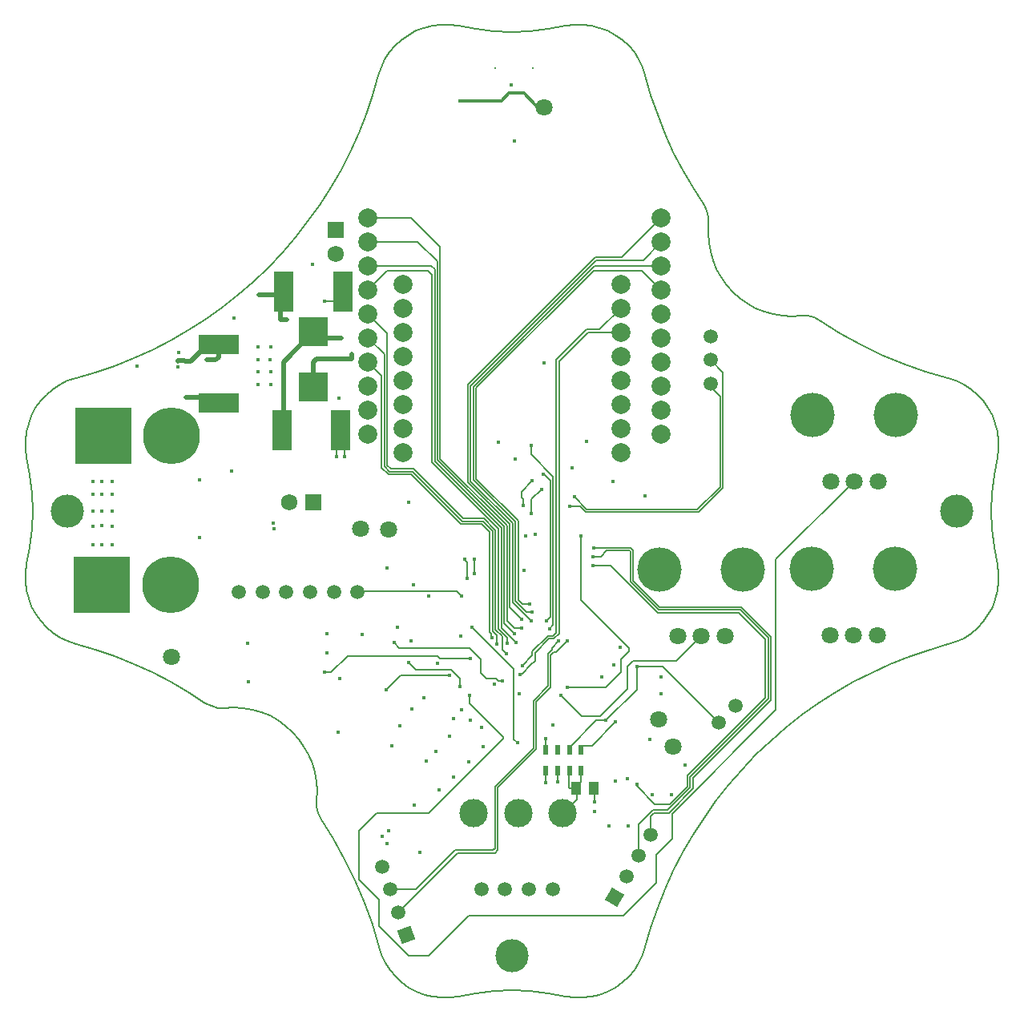
<source format=gbl>
%FSTAX23Y23*%
%MOIN*%
%SFA1B1*%

%IPPOS*%
%AMD96*
4,1,4,-0.040300,-0.010800,0.010800,-0.040300,0.040300,0.010800,-0.010800,0.040300,-0.040300,-0.010800,0.0*
%
%AMD97*
4,1,4,-0.017600,-0.037800,0.037800,-0.017600,0.017600,0.037800,-0.037800,0.017600,-0.017600,-0.037800,0.0*
%
%ADD10C,0.007870*%
%ADD16C,0.008000*%
%ADD17R,0.078740X0.169290*%
%ADD29R,0.039370X0.055120*%
%ADD39R,0.122050X0.122050*%
%ADD86C,0.019680*%
%ADD87C,0.011810*%
%ADD90C,0.059060*%
%ADD91C,0.184250*%
%ADD92C,0.070870*%
%ADD93C,0.137800*%
%ADD94C,0.078740*%
%ADD95C,0.118110*%
G04~CAMADD=96~10~0.0~590.6~0.0~0.0~0.0~0.0~0~0.0~0.0~0.0~0.0~0~0.0~0.0~0.0~0.0~0~0.0~0.0~0.0~150.0~590.6~0.0*
%ADD96D96*%
G04~CAMADD=97~10~0.0~590.6~0.0~0.0~0.0~0.0~0~0.0~0.0~0.0~0.0~0~0.0~0.0~0.0~0.0~0~0.0~0.0~0.0~200.0~590.6~0.0*
%ADD97D97*%
%ADD98R,0.236220X0.236220*%
%ADD99C,0.236220*%
%ADD100R,0.067910X0.067910*%
%ADD101C,0.067910*%
%ADD102R,0.067910X0.067910*%
%ADD103C,0.010830*%
%ADD104C,0.015750*%
%ADD105R,0.169290X0.078740*%
%ADD106R,0.023620X0.043310*%
%LNflightcontroller-1*%
%LPD*%
G54D10*
X02308Y01D02*
X02297D01*
X02024Y-00531D02*
X02046Y-0051D01*
Y00624*
X02034Y-00505D02*
Y0063D01*
X0202Y-00519D02*
X02034Y-00505D01*
X01934Y-006D02*
Y-00584D01*
X01893Y-00642D02*
X01934Y-006D01*
Y-00584D02*
X01999Y-00519D01*
X01884Y-0068D02*
X01886D01*
X0189Y-00676D02*
X01893D01*
X01928Y-00641D02*
D01*
X01893Y-00676D02*
X01928Y-00641D01*
X01946Y-00624D01*
X01886Y-0068D02*
X0189Y-00676D01*
X01858Y-00948D02*
X01874Y-00964D01*
X01685Y-00484D02*
X01858Y-00657D01*
Y-00948D02*
Y-00657D01*
X02166Y00745D02*
X02302D01*
X02303Y00744*
X02215Y00757D02*
X02303Y00844D01*
X01946Y-00624D02*
Y-0059D01*
X02161Y00757D02*
X02215D01*
X02034Y0063D02*
X02161Y00757D01*
X02046Y00624D02*
X02166Y00745D01*
X01999Y-00519D02*
X0202D01*
X02004Y-00531D02*
X02024D01*
X02079Y-00539D02*
X02082D01*
X02033Y-00585D02*
X02079Y-00539D01*
X01946Y-0059D02*
X02004Y-00531D01*
X01993Y-00456D02*
X0201Y-00439D01*
Y00128*
X01984Y00154D02*
X0201Y00128D01*
X01982Y00154D02*
X01984D01*
X02016Y-0057D02*
X02045Y-00541D01*
X02016Y-00577D02*
Y-0057D01*
X01999Y-00594D02*
X02016Y-00577D01*
X01251Y00822D02*
X01331Y00742D01*
Y00191D02*
Y00742D01*
X01251Y00722D02*
X0132Y00653D01*
Y00186D02*
Y00653D01*
X01308Y00181D02*
Y00565D01*
X01251Y00622D02*
X01308Y00565D01*
X0143Y01222D02*
X01552Y01099D01*
X01251Y01222D02*
X0143D01*
X01552Y00218D02*
Y01099D01*
X01251Y01122D02*
X01458D01*
X0154Y01039*
Y00213D02*
Y01039D01*
X01515Y01022D02*
X01529Y01008D01*
X01251Y01022D02*
X01515D01*
X01529Y00208D02*
Y01008D01*
X01517Y00203D02*
Y00983D01*
X01499Y01001D02*
X01517Y00983D01*
X01331Y01001D02*
X01499D01*
X01251Y00922D02*
X01331Y01001D01*
X02201Y01045D02*
X02396D01*
X02307Y01057D02*
X02472Y01222D01*
X02196Y01057D02*
X02307D01*
X02396Y01045D02*
X02472Y01122D01*
X01678Y00522D02*
X02201Y01045D01*
X02194Y01022D02*
X02472D01*
X0169Y00518D02*
X02194Y01022D01*
X01702Y00513D02*
X0219Y01D01*
X02395Y00998D02*
X02472Y00922D01*
X02393Y01D02*
X02395Y00998D01*
X0219Y01D02*
X02297D01*
X02308D02*
X02393D01*
X01702Y00135D02*
Y00513D01*
X01666Y00527D02*
X02196Y01057D01*
X01552Y00218D02*
X01829Y-00058D01*
Y-00456D02*
Y-00058D01*
X01888Y-00487D02*
X01889Y-00487D01*
X01829Y-00456D02*
X0186Y-00487D01*
X01888*
X0154Y00213D02*
X01817Y-00063D01*
Y-00466D02*
Y-00063D01*
Y-00466D02*
X0186Y-00509D01*
X01866Y-00546D02*
Y-00545D01*
X01529Y00208D02*
X01806Y-00068D01*
Y-00485D02*
Y-00068D01*
Y-00485D02*
X01866Y-00545D01*
X01517Y00203D02*
X01794Y-00073D01*
X01831Y-00551D02*
Y-00527D01*
X01794Y-00489D02*
Y-00073D01*
Y-00489D02*
X01831Y-00527D01*
X01734Y-0003D02*
X01782Y-00078D01*
X01643Y-00042D02*
X01729D01*
X01678Y00125D02*
Y00522D01*
X01758Y-00504D02*
Y-00087D01*
X01729Y-00042D02*
X0177Y-00083D01*
X01854Y-00379D02*
Y-00049D01*
X01666Y0012D02*
Y00527D01*
X01638Y-00053D02*
X01724D01*
X0169Y0013D02*
X01865Y-00044D01*
X01666Y0012D02*
X01842Y-00054D01*
X0177Y-00499D02*
Y-00083D01*
X0169Y0013D02*
Y00518D01*
X01678Y00125D02*
X01854Y-00049D01*
X01865Y-00374D02*
Y-00044D01*
X01842Y-00401D02*
Y-00054D01*
X01702Y00135D02*
X01877Y-00039D01*
X01724Y-00053D02*
X01758Y-00087D01*
X01877Y-0037D02*
Y-00039D01*
X01648Y-0003D02*
X01734D01*
X01782Y-00494D02*
Y-00078D01*
X01889Y00057D02*
X01896Y0005D01*
Y00023D02*
Y0005D01*
X01889Y00057D02*
Y00082D01*
X01842Y-00401D02*
X01892Y-0045D01*
X01854Y-00379D02*
X0193Y-00456D01*
X01865Y-00374D02*
X01912Y-00421D01*
X01935*
X01895Y-00387D02*
X01923D01*
X01877Y-0037D02*
X01895Y-00387D01*
X01431Y00153D02*
X01638Y-00053D01*
X01341Y00164D02*
X01436D01*
X01336Y00153D02*
X01431D01*
X01331Y00191D02*
X01346Y00176D01*
X01441*
X01308Y00181D02*
X01336Y00153D01*
X0132Y00186D02*
X01341Y00164D01*
X01441Y00176D02*
X01648Y-0003D01*
X01436Y00164D02*
X01643Y-00042D01*
X01758Y-00504D02*
X01764Y-0051D01*
Y-00524D02*
Y-0051D01*
Y-00524D02*
X01766Y-00526D01*
X0177Y-00499D02*
X01788Y-00517D01*
Y-00554D02*
Y-00517D01*
X01787Y-00554D02*
X01788Y-00554D01*
X01782Y-00494D02*
X01809Y-00521D01*
Y-00575D02*
Y-00521D01*
Y-00575D02*
X01827Y-00593D01*
X02109Y0006D02*
X02162Y00007D01*
X0237Y-00645D02*
X02477D01*
X02711Y-0088*
X0237Y-00743D02*
Y-00645D01*
X02242Y-00871D02*
X0237Y-00743D01*
X022Y-00871D02*
X02242D01*
X02089Y-00983D02*
X022Y-00871D01*
X02089Y-00993D02*
Y-00983D01*
X02183Y-00975D02*
X02281Y-00877D01*
X02138Y-00983D02*
X02146Y-00975D01*
X02183*
X02138Y-00993D02*
Y-00983D01*
X02138Y-00369D02*
Y-00104D01*
Y-00369D02*
X02337Y-00568D01*
X02304Y-00616D02*
X02337Y-00583D01*
Y-00568*
X02304Y-00669D02*
Y-00616D01*
X02239Y-00734D02*
X02304Y-00669D01*
X02331Y-0074D02*
Y-00645D01*
X02354Y-00622*
X02217Y-00854D02*
X02331Y-0074D01*
X02354Y-00622D02*
X02535D01*
X02079Y-00734D02*
X02239D01*
X02716Y00102D02*
Y00477D01*
X02676Y00517D02*
Y00531D01*
Y00517D02*
X02716Y00477D01*
X02676Y0063D02*
X02728Y00578D01*
X01931Y0005D02*
X01973Y00092D01*
X02091Y00019D02*
X02133D01*
X01931Y-00011D02*
Y0005D01*
X01695Y-002D02*
X01695Y-00201D01*
Y-00261D02*
Y-00201D01*
X01889Y00082D02*
X01935Y00127D01*
X01665Y-00279D02*
Y-00213D01*
X01655Y-00203D02*
Y-00201D01*
Y-00203D02*
X01665Y-00213D01*
X02728Y00097D02*
Y00578D01*
X02627Y-00003D02*
X02728Y00097D01*
X02622Y00007D02*
X02716Y00102D01*
X02157Y-00003D02*
X02627D01*
X02133Y00019D02*
X02157Y-00003D01*
X02162Y00007D02*
X02622D01*
X01551Y-00612D02*
X01678D01*
X02188Y-00227D02*
X0226D01*
X01929Y00237D02*
X02022Y00145D01*
X01929Y00237D02*
Y00274D01*
X02022Y-00473D02*
Y00145D01*
X02007Y-00489D02*
X02022Y-00473D01*
X0226Y-00227D02*
X02456Y-00423D01*
X02024Y-00585D02*
X02033D01*
X02011Y-00732D02*
Y-00598D01*
X02024Y-00585*
X0195Y-00793D02*
X02011Y-00732D01*
X0195Y-00991D02*
Y-00793D01*
X01791Y-0115D02*
X0195Y-00991D01*
X01791Y-0141D02*
Y-0115D01*
X01779Y-01423D02*
X01791Y-0141D01*
X01623Y-01423D02*
X01779D01*
X01378Y-01668D02*
X01623Y-01423D01*
X02369Y-01144D02*
Y-01136D01*
Y-01144D02*
X02444Y-01219D01*
X02506*
X0258Y-01145*
Y-01101*
X02905Y-00776*
Y-00532*
X02795Y-00423D02*
X02905Y-00532D01*
X02461Y-00411D02*
X028D01*
X02948Y-00827D02*
Y-00201D01*
X03275Y00125*
X028Y-00411D02*
X02916Y-00527D01*
Y-00781D02*
Y-00527D01*
X02465Y-00399D02*
X02805D01*
X02516Y-01259D02*
X02948Y-00827D01*
X02805Y-00399D02*
X02928Y-00522D01*
Y-00786D02*
Y-00522D01*
X02604Y-01111D02*
X02928Y-00786D01*
X02592Y-01106D02*
X02916Y-00781D01*
X02456Y-00423D02*
X02795D01*
X01343Y-01574D02*
X0145D01*
X01613Y-01411D02*
X01771D01*
X0145Y-01574D02*
X01613Y-01411D01*
X01779Y-01145D02*
X01939Y-00986D01*
X01779Y-01403D02*
Y-01145D01*
X01771Y-01411D02*
X01779Y-01403D01*
X01999Y-00727D02*
Y-00594D01*
X01939Y-00788D02*
X01999Y-00727D01*
X01939Y-00986D02*
Y-00788D01*
X02188Y-00188D02*
X0222D01*
X02244Y-00164*
X0234*
X0219Y-00152D02*
X02345D01*
X02355Y-00163*
X0234Y-00164D02*
X02343Y-00168D01*
Y-00294D02*
Y-00168D01*
X02355Y-00289D02*
Y-00163D01*
X01359Y-00545D02*
X01382Y-00568D01*
X01674*
X01722Y-00616*
Y-00674D02*
Y-00616D01*
Y-00674D02*
X01744Y-00697D01*
X01784*
X01812Y-00706D02*
X01812Y-00706D01*
X01793Y-00706D02*
X01812D01*
X01784Y-00697D02*
X01793Y-00706D01*
X02377Y-01433D02*
Y-01303D01*
X02437Y-01244*
X02442Y-01256D02*
X02503D01*
X02427Y-01346D02*
Y-0127D01*
X02442Y-01256*
X02516Y-01363D02*
Y-01259D01*
X02503Y-01256D02*
X02604Y-01154D01*
X02437Y-01244D02*
X02498D01*
X02592Y-01149*
X02604Y-01154D02*
Y-01111D01*
X02592Y-01149D02*
Y-01106D01*
X02355Y-00289D02*
X02465Y-00399D01*
X02343Y-00294D02*
X02461Y-00411D01*
X0245Y-01429D02*
X02516Y-01363D01*
X01674Y-00798D02*
X01815Y-00939D01*
Y-00945D02*
Y-00939D01*
X01503Y-01257D02*
X01815Y-00945D01*
X01288Y-01257D02*
X01503D01*
X01674Y-00798D02*
Y-00765D01*
X01214Y-01331D02*
X01288Y-01257D01*
X01214Y-01533D02*
Y-01331D01*
Y-01533D02*
X01296Y-01615D01*
Y-01726D02*
Y-01615D01*
X0142Y-01849D02*
X01504D01*
X01296Y-01726D02*
X0142Y-01849D01*
X01504D02*
X01671Y-01682D01*
X02313*
X0245Y-01546*
Y-01429*
X02193Y-01209D02*
Y-01154D01*
X02054Y-00767D02*
X0214Y-00854D01*
X02217*
X02535Y-00622D02*
X02637Y-00519D01*
X01072Y-00669D02*
X01073Y-0067D01*
X01097*
X01166Y-00602*
X0154*
X01551Y-00612*
X0142Y-00631D02*
X0145Y-0066D01*
X01598*
X01634Y-00696*
X01388Y-00683D02*
X0159D01*
X01326Y-00744D02*
X01388Y-00683D01*
X01634Y-00728D02*
Y-00696D01*
X01111Y00875D02*
X01146Y00911D01*
Y00914*
X01071Y00875D02*
X01111D01*
X00604Y00474D02*
X00629Y00449D01*
X01119Y00319D02*
X01138Y00338D01*
X01119Y00228D02*
Y00319D01*
X01138Y00338D02*
X01155Y00321D01*
Y00228D02*
Y00321D01*
X02062Y-01255D02*
X02119Y-01199D01*
Y-01153*
X02087Y-01081D02*
X02089Y-01079D01*
X02087Y-01149D02*
Y-01081D01*
X02092Y-01153D02*
X02119D01*
X02087Y-01149D02*
X02092Y-01153D01*
X02119Y-01146D02*
X02138Y-01127D01*
Y-01079*
X02119Y-01153D02*
Y-01146D01*
X0162Y-00332D02*
X01642Y-00354D01*
X01207Y-00335D02*
X0121Y-00332D01*
X0162*
X02192Y-01153D02*
X02193Y-01154D01*
X02041Y-01127D02*
Y-01081D01*
X02039Y-01079D02*
X02041Y-01081D01*
X01989Y-01128D02*
Y-0108D01*
X0199Y-01079*
X0199Y-00993D02*
Y-00947D01*
Y-00993D02*
X0199Y-00993D01*
G54D16*
X02937Y0082D02*
X02976Y00813D01*
X03053Y00813D02*
X03081Y00813D01*
X02864Y00845D02*
X029Y0083D01*
X02937Y0082*
X03081Y00813D02*
X03108Y00806D01*
X03132Y00794*
X03014Y00811D02*
X03053Y00813D01*
X02976Y00813D02*
X03014Y00811D01*
X0272Y00973D02*
X02743Y00941D01*
X02769Y00912*
X02686Y01043D02*
X02701Y01007D01*
X0272Y00973*
X02798Y00886D02*
X0283Y00864D01*
X02864Y00845*
X02769Y00912D02*
X02798Y00886D01*
X0376Y00508D02*
X03787Y00485D01*
X03812Y00459*
X03698Y00543D02*
X0373Y00528D01*
X0376Y00508*
X03849Y00398D02*
X03862Y00365D01*
X03871Y0033*
X03812Y00459D02*
X03832Y0043D01*
X03849Y00398*
X033Y00695D02*
X03388Y00652D01*
X03478Y00615*
X03132Y00794D02*
X03215Y00742D01*
X033Y00695*
X0357Y00582D02*
X03664Y00554D01*
X03698Y00543*
X03478Y00615D02*
X0357Y00582D01*
X0228Y01982D02*
X02309Y01961D01*
X02336Y01937*
X02215Y02012D02*
X02248Y01999D01*
X0228Y01982*
X02378Y01879D02*
X02394Y01847D01*
X02405Y01813*
X02336Y01937D02*
X02359Y0191D01*
X02378Y01879*
X02145Y02024D02*
X0218Y0202D01*
X02215Y02012*
X02109Y02024D02*
X02145Y02024D01*
X02073Y02019D02*
X02109Y02024D01*
X01999Y02006D02*
X02073Y02019D01*
X01925Y01997D02*
X01999Y02006D01*
X0185Y01993D02*
X01925Y01997D01*
X02668Y01224D02*
X02668Y01196D01*
X02666Y01157D02*
X02668Y01196D01*
X02649Y01275D02*
X02662Y0125D01*
X02668Y01224*
X02669Y01118D02*
X02676Y0108D01*
X02686Y01043*
X02666Y01157D02*
X02669Y01118D01*
X02456Y01651D02*
X02487Y01572D01*
X02522Y01495*
X02405Y01813D02*
X02428Y01732D01*
X02456Y01651*
X02561Y0142D02*
X02603Y01346D01*
X02649Y01275*
X02522Y01495D02*
X02561Y0142D01*
X03871Y0033D02*
X03875Y00294D01*
X03874Y00258D02*
X03875Y00294D01*
X03869Y00223D02*
X03874Y00258D01*
X03857Y-00149D02*
X03869Y-00223D01*
X03874Y-00258D02*
X03875Y-00294D01*
X03871Y-0033D02*
X03875Y-00294D01*
X03869Y-00223D02*
X03874Y-00258D01*
X03862Y-00365D02*
X03871Y-0033D01*
X03857Y00149D02*
X03869Y00223D01*
X03848Y00074D02*
X03857Y00149D01*
X03843Y0D02*
X03848Y00074D01*
X03843Y0D02*
X03848Y-00074D01*
X03857Y-00149*
X03849Y-00398D02*
X03862Y-00365D01*
X03832Y-0043D02*
X03849Y-00398D01*
X03812Y-00459D02*
X03832Y-0043D01*
X03787Y-00485D02*
X03812Y-00459D01*
X0376Y-00508D02*
X03787Y-00485D01*
X0373Y-00528D02*
X0376Y-00508D01*
X03698Y-00543D02*
X0373Y-00528D01*
X03664Y-00554D02*
X03698Y-00543D01*
X03582Y-00578D02*
X03664Y-00554D01*
X03502Y-00605D02*
X03582Y-00578D01*
X03423Y-00637D02*
X03502Y-00605D01*
X03346Y-00672D02*
X03423Y-00637D01*
X0327Y-0071D02*
X03346Y-00672D01*
X03197Y-00753D02*
X0327Y-0071D01*
X03125Y-00798D02*
X03197Y-00753D01*
X03056Y-00847D02*
X03125Y-00798D01*
X0299Y-009D02*
X03056Y-00847D01*
X02926Y-00955D02*
X0299Y-009D01*
X02864Y-01014D02*
X02926Y-00955D01*
X02806Y-01075D02*
X02864Y-01014D01*
X0275Y-01139D02*
X02806Y-01075D01*
X02698Y-01206D02*
X0275Y-01139D01*
X02649Y-01275D02*
X02698Y-01206D01*
X02603Y-01346D02*
X02649Y-01275D01*
X02561Y-0142D02*
X02603Y-01346D01*
X02522Y-01495D02*
X02561Y-0142D01*
X02487Y-01573D02*
X02522Y-01495D01*
X02456Y-01651D02*
X02487Y-01573D01*
X02428Y-01732D02*
X02456Y-01651D01*
X02405Y-01813D02*
X02428Y-01732D01*
X02394Y-01847D02*
X02405Y-01813D01*
X02378Y-01879D02*
X02394Y-01847D01*
X02359Y-0191D02*
X02378Y-01879D01*
X02336Y-01937D02*
X02359Y-0191D01*
X02309Y-01961D02*
X02336Y-01937D01*
X0228Y-01982D02*
X02309Y-01961D01*
X02248Y-01999D02*
X0228Y-01982D01*
X02215Y-02012D02*
X02248Y-01999D01*
X01999Y-02006D02*
X02073Y-02019D01*
X0218Y-0202D02*
X02215Y-02012D01*
X0185Y-01993D02*
X01925Y-01997D01*
X01999Y-02006*
X02145Y-02024D02*
X0218Y-0202D01*
X02109Y-02024D02*
X02145Y-02024D01*
X02073Y-02019D02*
X02109Y-02024D01*
X01555Y02024D02*
X01591Y02024D01*
X01627Y02019*
X0152Y0202D02*
X01555Y02024D01*
X01485Y02012D02*
X0152Y0202D01*
X01701Y02006D02*
X01775Y01997D01*
X0185Y01993*
X01627Y02019D02*
X01701Y02006D01*
X01451Y01999D02*
X01485Y02012D01*
X0142Y01982D02*
X01451Y01999D01*
X01391Y01961D02*
X0142Y01982D01*
X01364Y01937D02*
X01391Y01961D01*
X01341Y0191D02*
X01364Y01937D01*
X01322Y01879D02*
X01341Y0191D01*
X01306Y01847D02*
X01322Y01879D01*
X01295Y01813D02*
X01306Y01847D01*
X01271Y01732D02*
X01295Y01813D01*
X01244Y01651D02*
X01271Y01732D01*
X01213Y01573D02*
X01244Y01651D01*
X01178Y01495D02*
X01213Y01573D01*
X01139Y0142D02*
X01178Y01495D01*
X01097Y01346D02*
X01139Y0142D01*
X01051Y01275D02*
X01097Y01346D01*
X01002Y01206D02*
X01051Y01275D01*
X0095Y01139D02*
X01002Y01206D01*
X00894Y01075D02*
X0095Y01139D01*
X00836Y01014D02*
X00894Y01075D01*
X00774Y00955D02*
X00836Y01014D01*
X0071Y009D02*
X00774Y00955D01*
X00643Y00847D02*
X0071Y009D01*
X00574Y00798D02*
X00643Y00847D01*
X00503Y00753D02*
X00574Y00798D01*
X00429Y0071D02*
X00503Y00753D01*
X00354Y00672D02*
X00429Y0071D01*
X00277Y00637D02*
X00354Y00672D01*
X00198Y00605D02*
X00277Y00637D01*
X00118Y00578D02*
X00198Y00605D01*
X00036Y00554D02*
X00118Y00578D01*
X00002Y00543D02*
X00036Y00554D01*
X-00029Y00528D02*
X00002Y00543D01*
X-00059Y00508D02*
X-00029Y00528D01*
X-00087Y00485D02*
X-00059Y00508D01*
X-00111Y00459D02*
X-00087Y00485D01*
X-00132Y0043D02*
X-00111Y00459D01*
X-00149Y00398D02*
X-00132Y0043D01*
X-00161Y00365D02*
X-00149Y00398D01*
X-00147Y00074D02*
X-00143Y0D01*
X-00147Y-00074D02*
X-00143Y0D01*
X-00169Y00223D02*
X-00156Y00149D01*
X-00147Y00074*
X-00156Y-00148D02*
X-00147Y-00074D01*
X-00168Y-00221D02*
X-00156Y-00148D01*
X-0017Y-00328D02*
X-00161Y-00363D01*
X-0017Y0033D02*
X-00161Y00365D01*
X-00174Y00258D02*
X-00169Y00223D01*
X-00174Y00294D02*
X-0017Y0033D01*
X-00174Y00294D02*
X-00174Y00258D01*
X-00173Y-00257D02*
X-00168Y-00221D01*
X-00174Y-00293D02*
X-0017Y-00328D01*
X-00174Y-00293D02*
X-00173Y-00257D01*
X01108Y-01364D02*
X01155Y-0145D01*
X01198Y-01537*
X01043Y-01257D02*
X01056Y-01282D01*
X01108Y-01364*
X01269Y-01719D02*
X01297Y-01813D01*
X01308Y-01847*
X01198Y-01537D02*
X01236Y-01628D01*
X01269Y-01719*
X0103Y-01087D02*
X01036Y-01125D01*
X01039Y-01164*
X01004Y-01013D02*
X01019Y-01049D01*
X0103Y-01087*
X01036Y-01203D02*
X01039Y-01164D01*
X01036Y-0123D02*
X01043Y-01257D01*
X01036Y-01203D02*
X01036Y-0123D01*
X01776Y-01997D02*
X0185Y-01993D01*
X01702Y-02006D02*
X01776Y-01997D01*
X01628Y-02019D02*
X01702Y-02006D01*
X01487Y-02012D02*
X01521Y-0202D01*
X01593Y-02024D02*
X01628Y-02019D01*
X01557Y-02024D02*
X01593Y-02024D01*
X01521Y-0202D02*
X01557Y-02024D01*
X01343Y-01909D02*
X01366Y-01937D01*
X01392Y-01961*
X01308Y-01847D02*
X01323Y-01879D01*
X01343Y-01909*
X01422Y-01982D02*
X01453Y-01999D01*
X01487Y-02012*
X01392Y-01961D02*
X01422Y-01982D01*
X00118Y-00577D02*
X00198Y-00604D01*
X00277Y-00636*
X00002Y-00541D02*
X00036Y-00553D01*
X00118Y-00577*
X0043Y-0071D02*
X00503Y-00753D01*
X00575Y-00798*
X00277Y-00636D02*
X00354Y-00671D01*
X0043Y-0071*
X-00131Y-00428D02*
X-00111Y-00457D01*
X-00086Y-00483*
X-00161Y-00363D02*
X-00148Y-00396D01*
X-00131Y-00428*
X-00059Y-00506D02*
X-00029Y-00526D01*
X00002Y-00541*
X-00086Y-00483D02*
X-00059Y-00506D01*
X00877Y-0087D02*
X00908Y-00893D01*
X00937Y-00919*
X00807Y-00836D02*
X00843Y-00851D01*
X00877Y-0087*
X00963Y-00948D02*
X00985Y-00979D01*
X01004Y-01013*
X00937Y-00919D02*
X00963Y-00948D01*
X00653Y-00818D02*
X00692Y-00816D01*
X00626Y-00818D02*
X00653Y-00818D01*
X00575Y-00798D02*
X00599Y-00811D01*
X00626Y-00818*
X00731Y-00818D02*
X00769Y-00825D01*
X00807Y-00836*
X00692Y-00816D02*
X00731Y-00818D01*
G54D17*
X00894Y00338D03*
X01138D03*
X00902Y00914D03*
X01146D03*
G54D29*
X02116Y-01153D03*
X02189D03*
G54D39*
X01025Y00746D03*
Y00517D03*
G54D86*
X00462Y00626D02*
X00487D01*
X00461Y00624D02*
X00462Y00626D01*
X00487D02*
X00489Y00624D01*
X00515*
X00888Y00798D02*
X00915D01*
X00888Y00798D02*
X00888Y00798D01*
X00888Y00798D02*
Y00899D01*
X00798Y00899D02*
X00888D01*
X00888Y00899*
X0058Y00629D02*
X00618D01*
X00629Y00641*
Y00693*
X00493Y00474D02*
X00604D01*
X00899Y00343D02*
Y00619D01*
X00894Y00338D02*
X00899Y00343D01*
X01338Y-00077D02*
Y-00068D01*
X00899Y00619D02*
X01025Y00746D01*
X01051Y0072*
X01118*
X0114*
X00888Y009D02*
X00902Y00914D01*
X01025Y00517D02*
Y00622D01*
X01036Y00633D02*
X01183D01*
X01025Y00622D02*
X01036Y00633D01*
X01183D02*
X01184Y00633D01*
Y00655*
X00584Y00693D02*
X00629D01*
X00515Y00624D02*
X00584Y00693D01*
G54D87*
X01972Y01691D02*
X01983Y0168D01*
X01947Y01691D02*
X01972D01*
X01899Y01739D02*
X01947Y01691D01*
X01852Y01739D02*
X01899D01*
X01838D02*
X01852D01*
X01806Y01708D02*
X01838Y01739D01*
X01635Y01708D02*
X01806D01*
G54D90*
X00715Y-00335D03*
X00813D03*
X00912D03*
X0101D03*
X01109D03*
X01207D03*
X01921Y-01574D03*
X01822D03*
X02019D03*
X01724D03*
X02427Y-01346D03*
X02377Y-01433D03*
X02327Y-01519D03*
X01378Y-01668D03*
X01309Y-0148D03*
X01343Y-01574D03*
X02676Y00531D03*
Y0063D03*
Y00728D03*
X02781Y-0081D03*
X02711Y-0088D03*
G54D91*
X02811Y-00244D03*
X02464D03*
X03102Y00401D03*
X03448D03*
X03098Y-0024D03*
X03444D03*
G54D92*
X02736Y-00519D03*
X02637D03*
X02539D03*
X00433Y-00606D03*
X0252Y-00981D03*
X02461Y-00867D03*
X03177Y00125D03*
X03275D03*
X03374D03*
X03173Y-00515D03*
X03271D03*
X0337D03*
X0122Y-00073D03*
X01338Y-00077D03*
X01983Y0168D03*
G54D93*
X0185Y-0185D03*
X0Y0D03*
X037D03*
G54D94*
X01251Y01222D03*
Y01122D03*
Y01022D03*
Y00922D03*
Y00822D03*
Y00722D03*
Y00622D03*
Y00522D03*
Y00422D03*
Y00322D03*
X02472Y01222D03*
Y01122D03*
Y01022D03*
Y00922D03*
Y00822D03*
Y00722D03*
Y00622D03*
Y00522D03*
Y00422D03*
Y00322D03*
X02303Y00944D03*
Y00844D03*
Y00744D03*
Y00644D03*
Y00544D03*
Y00444D03*
Y00344D03*
Y00244D03*
X01397Y00944D03*
Y00844D03*
Y00744D03*
Y00644D03*
Y00544D03*
Y00444D03*
Y00344D03*
Y00244D03*
G54D95*
X01877Y-01255D03*
X02062D03*
X01692D03*
G54D96*
X02277Y-01606D03*
G54D97*
X01412Y-01762D03*
G54D98*
X00149Y00314D03*
X00145Y-00307D03*
G54D99*
X00433Y00314D03*
X00429Y-00307D03*
G54D100*
X01025Y00038D03*
G54D101*
X00925Y00038D03*
X01117Y01071D03*
G54D102*
X01117Y01171D03*
G54D103*
X01937Y01843D03*
X0178D03*
G54D104*
X01893Y-00642D03*
X01884Y-0068D03*
X02082Y-00539D03*
X01993Y-00456D03*
X02045Y-00541D03*
X00753Y-00708D03*
X0075Y-00549D03*
X00461Y00624D03*
X00464Y00659D03*
X00461Y00599D03*
X00915Y00798D03*
X00888Y00798D03*
X01847Y01774D03*
X00858Y-00048D03*
X00859Y-00072D03*
X0131Y-01354D03*
X0133Y-01384D03*
X01899Y-00246D03*
X01859Y01541D03*
X01889Y-00487D03*
X0186Y-00509D03*
X01866Y-00546D03*
X01831Y-00551D03*
X021Y00181D03*
X01896Y00023D03*
X01892Y-0045D03*
X0193Y-00456D03*
X01935Y-00421D03*
X01923Y-00387D03*
X01766Y-00526D03*
X01787Y-00554D03*
X01827Y-00593D03*
X02109Y0006D03*
X01907Y-00103D03*
X01946Y-00097D03*
X0237Y-00645D03*
X02242Y-00871D03*
X02281Y-00877D03*
X02138Y-00104D03*
X02301Y-00566D03*
X02079Y-00734D03*
X01973Y00092D03*
X02091Y00019D03*
X01931Y-00011D03*
X01695Y-002D03*
X01695Y-00261D03*
X01935Y00127D03*
X01655Y-00201D03*
X01665Y-00279D03*
X01678Y-00612D03*
X02188Y-00227D03*
X01982Y00154D03*
X01929Y00274D03*
X02007Y-00489D03*
X02369Y-01136D03*
X02515Y-01179D03*
X02188Y-00188D03*
X01359Y-00545D03*
X01776Y-00719D03*
X01812Y-00706D03*
X0219Y-00152D03*
X01674Y-00765D03*
X02193Y-01209D03*
X02054Y-00767D03*
X00107Y00001D03*
Y-00062D03*
Y-0014D03*
Y00123D03*
Y00071D03*
X00186Y00001D03*
Y-00062D03*
Y-0014D03*
Y00123D03*
Y00071D03*
X00145Y00072D03*
Y00124D03*
X01072Y-00669D03*
X01638Y-00518D03*
X0154Y-00632D03*
X0159Y-00683D03*
X0142Y-00631D03*
X01634Y-00728D03*
X01127Y-00921D03*
X01326Y-00744D03*
X01071Y00875D03*
X01019Y01027D03*
X00291Y00603D03*
X00694Y00803D03*
X0058Y00629D03*
X00493Y00474D03*
X01155Y00228D03*
X01119D03*
X01079Y-00511D03*
X0114Y0072D03*
X01118D03*
X0133Y-00237D03*
X02405Y00064D03*
X01865Y00216D03*
X01793Y00287D03*
X02159Y0029D03*
X02193Y-01249D03*
X02571Y-01057D03*
X02224Y-00691D03*
X02469Y-00758D03*
X0247Y-00689D03*
X01503Y-00354D03*
X02019Y-00889D03*
X01422Y00038D03*
X01874Y-00964D03*
X01467Y-01419D03*
X01079Y-00589D03*
X01635Y01708D03*
X00798Y00899D03*
X00845Y00632D03*
X00794Y0063D03*
X01852Y01739D03*
X01131Y00469D03*
X01184Y00655D03*
Y00633D03*
X01441Y-00305D03*
X00549Y00129D03*
Y-00109D03*
X00684Y00167D03*
X00847Y00526D03*
Y00581D03*
X00846Y00683D03*
X00794D03*
X00795Y0058D03*
X00794Y00527D03*
X01338Y-01329D03*
X01444Y-01223D03*
X01494Y-01038D03*
X01534Y-00998D03*
X01435Y-00823D03*
X01483Y-00777D03*
X01729Y-0098D03*
X0167Y-01044D03*
X01606Y-01107D03*
X01547Y-01161D03*
X01385Y-00893D03*
X0159Y-00937D03*
X0135Y-00976D03*
X01724Y-00901D03*
X01677Y-0087D03*
X01641Y-00826D03*
X01606Y-00862D03*
X01642Y-00354D03*
X02269Y00124D03*
X01985Y00617D03*
X02334Y-01308D03*
X02253Y-0131D03*
X02281Y-01122D03*
X0233Y-01112D03*
X02434Y-01178D03*
X02424Y-00949D03*
X02275Y-00638D03*
X01133Y-00695D03*
X01227Y-00513D03*
X02041Y-01127D03*
X01989Y-01128D03*
X0199Y-00947D03*
X01685Y-00484D03*
X01429Y-00539D03*
X01374Y-00484D03*
X00145Y-0014D03*
Y-00061D03*
Y00001D03*
X0188Y-00761D03*
G54D105*
X00629Y00693D03*
Y00449D03*
G54D106*
X02089Y-00993D03*
X02039D03*
X02138D03*
X0199D03*
X02089Y-01079D03*
X02138D03*
X0199D03*
X02039D03*
M02*
</source>
